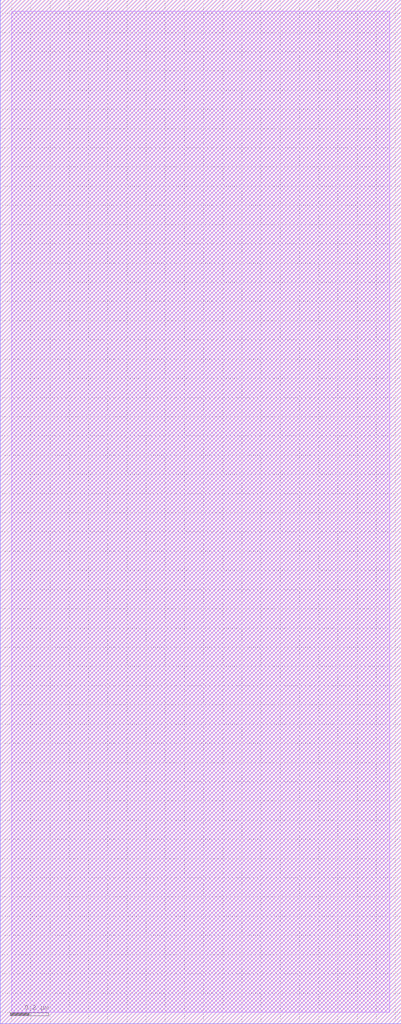
<source format=lef>
# Copyright 2020 The SkyWater PDK Authors
#
# Licensed under the Apache License, Version 2.0 (the "License");
# you may not use this file except in compliance with the License.
# You may obtain a copy of the License at
#
#     https://www.apache.org/licenses/LICENSE-2.0
#
# Unless required by applicable law or agreed to in writing, software
# distributed under the License is distributed on an "AS IS" BASIS,
# WITHOUT WARRANTIES OR CONDITIONS OF ANY KIND, either express or implied.
# See the License for the specific language governing permissions and
# limitations under the License.
#
# SPDX-License-Identifier: Apache-2.0

VERSION 5.7 ;
  NOWIREEXTENSIONATPIN ON ;
  DIVIDERCHAR "/" ;
  BUSBITCHARS "[]" ;
MACRO sky130_fd_pr__res_high_pol1m1_5p73__example1
  CLASS BLOCK ;
  FOREIGN sky130_fd_pr__res_high_pol1m1_5p73__example1 ;
  ORIGIN  0.060000  0.060000 ;
  SIZE  2.090000 BY  5.330000 ;
  OBS
    LAYER li1 ;
      RECT 0.000000 0.000000 1.970000 5.210000 ;
    LAYER met1 ;
      RECT -0.060000 -0.060000 2.030000 5.270000 ;
  END
END sky130_fd_pr__res_high_pol1m1_5p73__example1
END LIBRARY

</source>
